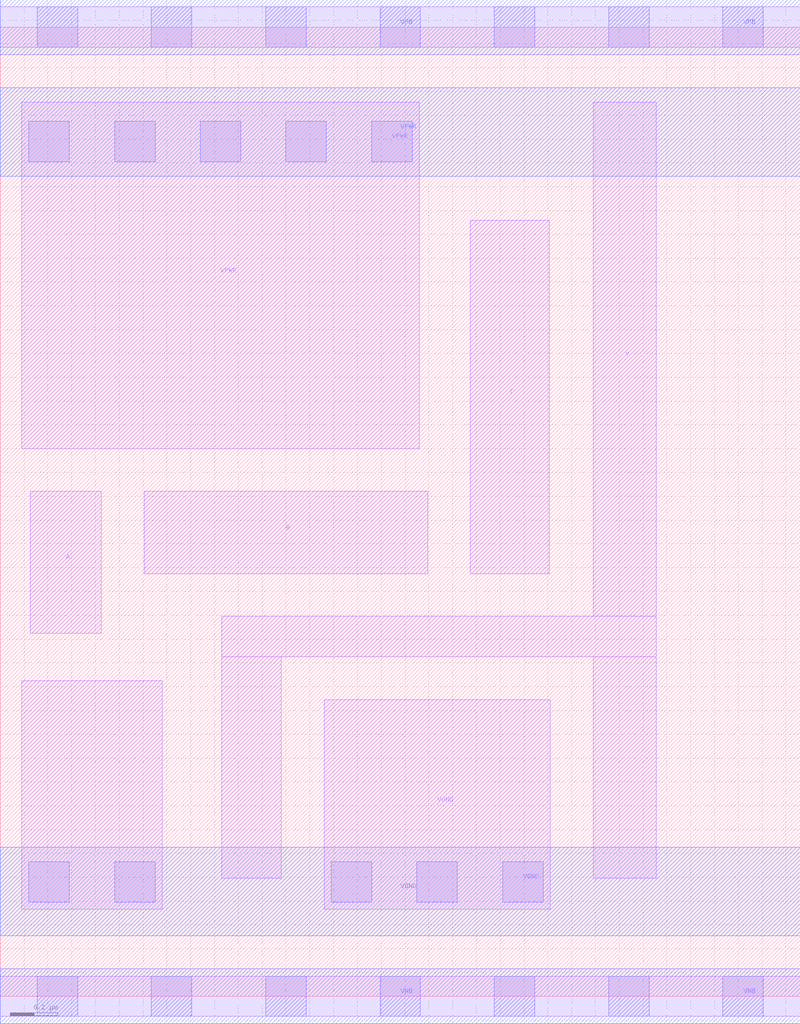
<source format=lef>
# Copyright 2020 The SkyWater PDK Authors
#
# Licensed under the Apache License, Version 2.0 (the "License");
# you may not use this file except in compliance with the License.
# You may obtain a copy of the License at
#
#     https://www.apache.org/licenses/LICENSE-2.0
#
# Unless required by applicable law or agreed to in writing, software
# distributed under the License is distributed on an "AS IS" BASIS,
# WITHOUT WARRANTIES OR CONDITIONS OF ANY KIND, either express or implied.
# See the License for the specific language governing permissions and
# limitations under the License.
#
# SPDX-License-Identifier: Apache-2.0

VERSION 5.7 ;
  NAMESCASESENSITIVE ON ;
  NOWIREEXTENSIONATPIN ON ;
  DIVIDERCHAR "/" ;
  BUSBITCHARS "[]" ;
UNITS
  DATABASE MICRONS 200 ;
END UNITS
MACRO sky130_fd_sc_hvl__nor3_1
  CLASS CORE ;
  SOURCE USER ;
  FOREIGN sky130_fd_sc_hvl__nor3_1 ;
  ORIGIN  0.000000  0.000000 ;
  SIZE  3.360000 BY  4.070000 ;
  SYMMETRY X Y ;
  SITE unithv ;
  PIN A
    ANTENNAGATEAREA  1.125000 ;
    DIRECTION INPUT ;
    USE SIGNAL ;
    PORT
      LAYER li1 ;
        RECT 0.125000 1.525000 0.425000 2.120000 ;
    END
  END A
  PIN B
    ANTENNAGATEAREA  1.125000 ;
    DIRECTION INPUT ;
    USE SIGNAL ;
    PORT
      LAYER li1 ;
        RECT 0.605000 1.775000 1.795000 2.120000 ;
    END
  END B
  PIN C
    ANTENNAGATEAREA  1.125000 ;
    DIRECTION INPUT ;
    USE SIGNAL ;
    PORT
      LAYER li1 ;
        RECT 1.975000 1.775000 2.305000 3.260000 ;
    END
  END C
  PIN Y
    ANTENNADIFFAREA  0.836250 ;
    DIRECTION OUTPUT ;
    USE SIGNAL ;
    PORT
      LAYER li1 ;
        RECT 0.930000 0.495000 1.180000 1.425000 ;
        RECT 0.930000 1.425000 2.755000 1.595000 ;
        RECT 2.490000 0.495000 2.755000 1.425000 ;
        RECT 2.490000 1.595000 2.755000 3.755000 ;
    END
  END Y
  PIN VGND
    DIRECTION INOUT ;
    USE GROUND ;
    PORT
      LAYER li1 ;
        RECT 0.090000 0.365000 0.680000 1.325000 ;
        RECT 1.360000 0.365000 2.310000 1.245000 ;
      LAYER mcon ;
        RECT 0.120000 0.395000 0.290000 0.565000 ;
        RECT 0.480000 0.395000 0.650000 0.565000 ;
        RECT 1.390000 0.395000 1.560000 0.565000 ;
        RECT 1.750000 0.395000 1.920000 0.565000 ;
        RECT 2.110000 0.395000 2.280000 0.565000 ;
      LAYER met1 ;
        RECT 0.000000 0.255000 3.360000 0.625000 ;
    END
  END VGND
  PIN VNB
    DIRECTION INOUT ;
    USE GROUND ;
    PORT
      LAYER li1 ;
        RECT 0.000000 -0.085000 3.360000 0.085000 ;
      LAYER mcon ;
        RECT 0.155000 -0.085000 0.325000 0.085000 ;
        RECT 0.635000 -0.085000 0.805000 0.085000 ;
        RECT 1.115000 -0.085000 1.285000 0.085000 ;
        RECT 1.595000 -0.085000 1.765000 0.085000 ;
        RECT 2.075000 -0.085000 2.245000 0.085000 ;
        RECT 2.555000 -0.085000 2.725000 0.085000 ;
        RECT 3.035000 -0.085000 3.205000 0.085000 ;
      LAYER met1 ;
        RECT 0.000000 -0.115000 3.360000 0.115000 ;
    END
  END VNB
  PIN VPB
    DIRECTION INOUT ;
    USE POWER ;
    PORT
      LAYER li1 ;
        RECT 0.000000 3.985000 3.360000 4.155000 ;
      LAYER mcon ;
        RECT 0.155000 3.985000 0.325000 4.155000 ;
        RECT 0.635000 3.985000 0.805000 4.155000 ;
        RECT 1.115000 3.985000 1.285000 4.155000 ;
        RECT 1.595000 3.985000 1.765000 4.155000 ;
        RECT 2.075000 3.985000 2.245000 4.155000 ;
        RECT 2.555000 3.985000 2.725000 4.155000 ;
        RECT 3.035000 3.985000 3.205000 4.155000 ;
      LAYER met1 ;
        RECT 0.000000 3.955000 3.360000 4.185000 ;
    END
  END VPB
  PIN VPWR
    DIRECTION INOUT ;
    USE POWER ;
    PORT
      LAYER li1 ;
        RECT 0.090000 2.300000 1.760000 3.755000 ;
      LAYER mcon ;
        RECT 0.120000 3.505000 0.290000 3.675000 ;
        RECT 0.480000 3.505000 0.650000 3.675000 ;
        RECT 0.840000 3.505000 1.010000 3.675000 ;
        RECT 1.200000 3.505000 1.370000 3.675000 ;
        RECT 1.560000 3.505000 1.730000 3.675000 ;
      LAYER met1 ;
        RECT 0.000000 3.445000 3.360000 3.815000 ;
    END
  END VPWR
END sky130_fd_sc_hvl__nor3_1

</source>
